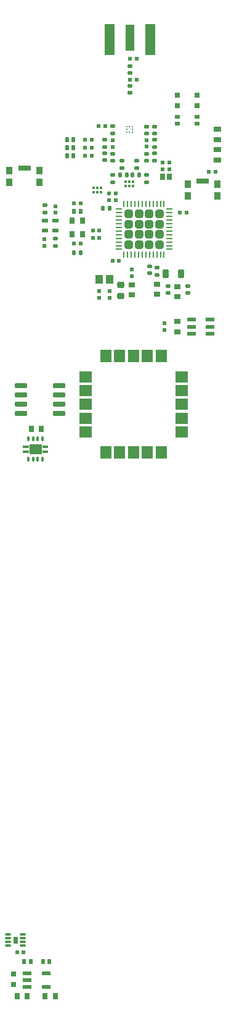
<source format=gbr>
%TF.GenerationSoftware,KiCad,Pcbnew,8.0.3*%
%TF.CreationDate,2024-07-11T13:48:36-07:00*%
%TF.ProjectId,radioboard_dev,72616469-6f62-46f6-9172-645f6465762e,rev?*%
%TF.SameCoordinates,Original*%
%TF.FileFunction,Paste,Top*%
%TF.FilePolarity,Positive*%
%FSLAX46Y46*%
G04 Gerber Fmt 4.6, Leading zero omitted, Abs format (unit mm)*
G04 Created by KiCad (PCBNEW 8.0.3) date 2024-07-11 13:48:36*
%MOMM*%
%LPD*%
G01*
G04 APERTURE LIST*
G04 Aperture macros list*
%AMRoundRect*
0 Rectangle with rounded corners*
0 $1 Rounding radius*
0 $2 $3 $4 $5 $6 $7 $8 $9 X,Y pos of 4 corners*
0 Add a 4 corners polygon primitive as box body*
4,1,4,$2,$3,$4,$5,$6,$7,$8,$9,$2,$3,0*
0 Add four circle primitives for the rounded corners*
1,1,$1+$1,$2,$3*
1,1,$1+$1,$4,$5*
1,1,$1+$1,$6,$7*
1,1,$1+$1,$8,$9*
0 Add four rect primitives between the rounded corners*
20,1,$1+$1,$2,$3,$4,$5,0*
20,1,$1+$1,$4,$5,$6,$7,0*
20,1,$1+$1,$6,$7,$8,$9,0*
20,1,$1+$1,$8,$9,$2,$3,0*%
G04 Aperture macros list end*
%ADD10C,0.010000*%
%ADD11RoundRect,0.038750X-0.116250X0.261250X-0.116250X-0.261250X0.116250X-0.261250X0.116250X0.261250X0*%
%ADD12RoundRect,0.033750X0.346250X0.101250X-0.346250X0.101250X-0.346250X-0.101250X0.346250X-0.101250X0*%
%ADD13RoundRect,0.140000X-0.170000X0.140000X-0.170000X-0.140000X0.170000X-0.140000X0.170000X0.140000X0*%
%ADD14R,0.640000X0.890000*%
%ADD15RoundRect,0.140000X0.170000X-0.140000X0.170000X0.140000X-0.170000X0.140000X-0.170000X-0.140000X0*%
%ADD16R,0.510000X0.560000*%
%ADD17RoundRect,0.147500X0.172500X-0.147500X0.172500X0.147500X-0.172500X0.147500X-0.172500X-0.147500X0*%
%ADD18RoundRect,0.140000X0.140000X0.170000X-0.140000X0.170000X-0.140000X-0.170000X0.140000X-0.170000X0*%
%ADD19R,0.300000X0.400000*%
%ADD20R,0.510000X0.700000*%
%ADD21R,1.270000X3.600000*%
%ADD22R,1.350000X4.200000*%
%ADD23R,0.560000X0.510000*%
%ADD24R,0.990600X1.244600*%
%ADD25RoundRect,0.147500X-0.172500X0.147500X-0.172500X-0.147500X0.172500X-0.147500X0.172500X0.147500X0*%
%ADD26RoundRect,0.218750X0.256250X-0.218750X0.256250X0.218750X-0.256250X0.218750X-0.256250X-0.218750X0*%
%ADD27R,0.890000X0.640000*%
%ADD28RoundRect,0.135000X0.185000X-0.135000X0.185000X0.135000X-0.185000X0.135000X-0.185000X-0.135000X0*%
%ADD29R,1.803400X1.498600*%
%ADD30R,1.498600X1.803400*%
%ADD31R,1.000000X0.640000*%
%ADD32R,0.900000X1.000000*%
%ADD33R,1.700000X0.800000*%
%ADD34RoundRect,0.140000X-0.140000X-0.170000X0.140000X-0.170000X0.140000X0.170000X-0.140000X0.170000X0*%
%ADD35R,0.800000X0.800000*%
%ADD36R,0.254000X0.254000*%
%ADD37R,0.863600X0.609600*%
%ADD38R,0.700000X0.510000*%
%ADD39R,1.270000X0.558800*%
%ADD40RoundRect,0.218750X-0.218750X-0.381250X0.218750X-0.381250X0.218750X0.381250X-0.218750X0.381250X0*%
%ADD41RoundRect,0.147500X-0.147500X-0.172500X0.147500X-0.172500X0.147500X0.172500X-0.147500X0.172500X0*%
%ADD42R,0.800000X0.900000*%
%ADD43R,0.650000X0.900000*%
%ADD44RoundRect,0.250000X0.315000X0.315000X-0.315000X0.315000X-0.315000X-0.315000X0.315000X-0.315000X0*%
%ADD45RoundRect,0.062500X0.375000X0.062500X-0.375000X0.062500X-0.375000X-0.062500X0.375000X-0.062500X0*%
%ADD46RoundRect,0.062500X0.062500X0.375000X-0.062500X0.375000X-0.062500X-0.375000X0.062500X-0.375000X0*%
%ADD47RoundRect,0.072500X0.532500X0.217500X-0.532500X0.217500X-0.532500X-0.217500X0.532500X-0.217500X0*%
%ADD48RoundRect,0.076250X0.748750X0.228750X-0.748750X0.228750X-0.748750X-0.228750X0.748750X-0.228750X0*%
G04 APERTURE END LIST*
D10*
%TO.C,U12*%
X27275000Y-83790000D02*
X26550000Y-83790000D01*
X26550000Y-83560000D01*
X27275000Y-83560000D01*
X27275000Y-83790000D01*
G36*
X27275000Y-83790000D02*
G01*
X26550000Y-83790000D01*
X26550000Y-83560000D01*
X27275000Y-83560000D01*
X27275000Y-83790000D01*
G37*
X27275000Y-84440000D02*
X26550000Y-84440000D01*
X26550000Y-84210000D01*
X27275000Y-84210000D01*
X27275000Y-84440000D01*
G36*
X27275000Y-84440000D02*
G01*
X26550000Y-84440000D01*
X26550000Y-84210000D01*
X27275000Y-84210000D01*
X27275000Y-84440000D01*
G37*
X29025000Y-84670000D02*
X27475000Y-84670000D01*
X27475000Y-83330000D01*
X29025000Y-83330000D01*
X29025000Y-84670000D01*
G36*
X29025000Y-84670000D02*
G01*
X27475000Y-84670000D01*
X27475000Y-83330000D01*
X29025000Y-83330000D01*
X29025000Y-84670000D01*
G37*
X29950000Y-83790000D02*
X29225000Y-83790000D01*
X29225000Y-83560000D01*
X29950000Y-83560000D01*
X29950000Y-83790000D01*
G36*
X29950000Y-83790000D02*
G01*
X29225000Y-83790000D01*
X29225000Y-83560000D01*
X29950000Y-83560000D01*
X29950000Y-83790000D01*
G37*
X29950000Y-84440000D02*
X29225000Y-84440000D01*
X29225000Y-84210000D01*
X29950000Y-84210000D01*
X29950000Y-84440000D01*
G36*
X29950000Y-84440000D02*
G01*
X29225000Y-84440000D01*
X29225000Y-84210000D01*
X29950000Y-84210000D01*
X29950000Y-84440000D01*
G37*
%TO.C,U11*%
X25780000Y-151660000D02*
X25220000Y-151660000D01*
X25220000Y-150840000D01*
X25780000Y-150840000D01*
X25780000Y-151660000D01*
G36*
X25780000Y-151660000D02*
G01*
X25220000Y-151660000D01*
X25220000Y-150840000D01*
X25780000Y-150840000D01*
X25780000Y-151660000D01*
G37*
%TO.C,R26*%
G36*
X52750000Y-41280000D02*
G01*
X53750000Y-41280000D01*
X53750000Y-41920000D01*
X52750000Y-41920000D01*
X52750000Y-41280000D01*
G37*
G36*
X52750080Y-39880310D02*
G01*
X53750080Y-39880310D01*
X53750080Y-40520310D01*
X52750080Y-40520310D01*
X52750080Y-39880310D01*
G37*
%TO.C,R4*%
G36*
X53749920Y-44719690D02*
G01*
X52749920Y-44719690D01*
X52749920Y-44079690D01*
X53749920Y-44079690D01*
X53749920Y-44719690D01*
G37*
G36*
X53750000Y-43320000D02*
G01*
X52750000Y-43320000D01*
X52750000Y-42680000D01*
X53750000Y-42680000D01*
X53750000Y-43320000D01*
G37*
%TD*%
D11*
%TO.C,U12*%
X28575000Y-82600000D03*
X28575000Y-85400000D03*
X27925000Y-85400000D03*
X29225000Y-82600000D03*
X27925000Y-82600000D03*
X27275000Y-82600000D03*
X27275000Y-85400000D03*
X29225000Y-85400000D03*
%TD*%
D12*
%TO.C,U11*%
X24515000Y-152000000D03*
X24515000Y-151500000D03*
X24515000Y-151000000D03*
X24515000Y-150500000D03*
X26485000Y-150500000D03*
X26485000Y-151000000D03*
X26485000Y-151500000D03*
X26485000Y-152000000D03*
%TD*%
D13*
%TO.C,C11*%
X37750000Y-41670000D03*
X37750000Y-42630000D03*
%TD*%
D14*
%TO.C,C3*%
X31000000Y-159000000D03*
X29600000Y-159000000D03*
%TD*%
D15*
%TO.C,C82*%
X46500000Y-62660000D03*
X46500000Y-61700000D03*
%TD*%
D16*
%TO.C,C10*%
X48150000Y-51650000D03*
X49050000Y-51650000D03*
%TD*%
%TO.C,C76*%
X38400000Y-49900000D03*
X39300000Y-49900000D03*
%TD*%
D17*
%TO.C,L3*%
X38850000Y-40760000D03*
X38850000Y-39790000D03*
%TD*%
D16*
%TO.C,C7*%
X37875000Y-39800000D03*
X36975000Y-39800000D03*
%TD*%
D18*
%TO.C,C25*%
X42530000Y-46450000D03*
X41570000Y-46450000D03*
%TD*%
D17*
%TO.C,L9*%
X38850000Y-47435000D03*
X38850000Y-46465000D03*
%TD*%
D16*
%TO.C,C6*%
X42150000Y-33450000D03*
X41250000Y-33450000D03*
%TD*%
D19*
%TO.C,U4*%
X41700000Y-47350000D03*
X41200000Y-47350000D03*
X40700000Y-47350000D03*
X40700000Y-47950000D03*
X41200000Y-47950000D03*
X41700000Y-47950000D03*
%TD*%
D13*
%TO.C,C2*%
X41250000Y-34270000D03*
X41250000Y-35230000D03*
%TD*%
D20*
%TO.C,R3*%
X27609200Y-154250000D03*
X26709200Y-154250000D03*
%TD*%
D21*
%TO.C,CN12*%
X41250000Y-27700000D03*
D22*
X44075000Y-27900000D03*
X38425000Y-27900000D03*
%TD*%
D13*
%TO.C,C18*%
X44000000Y-58970000D03*
X44000000Y-59930000D03*
%TD*%
D23*
%TO.C,C44*%
X38500000Y-62375000D03*
X38500000Y-63275000D03*
%TD*%
D24*
%TO.C,XTAL2*%
X38500000Y-60748600D03*
X37001400Y-60748600D03*
%TD*%
D25*
%TO.C,L2*%
X41250000Y-31515000D03*
X41250000Y-32485000D03*
%TD*%
D16*
%TO.C,C5*%
X42150000Y-30500000D03*
X41250000Y-30500000D03*
%TD*%
D20*
%TO.C,R2*%
X33575000Y-51450000D03*
X34475000Y-51450000D03*
%TD*%
D23*
%TO.C,C43*%
X37000000Y-62374300D03*
X37000000Y-63274300D03*
%TD*%
D15*
%TO.C,C8*%
X44675000Y-40780000D03*
X44675000Y-39820000D03*
%TD*%
D26*
%TO.C,L1*%
X39985000Y-63075000D03*
X39985000Y-61500000D03*
%TD*%
D16*
%TO.C,C71*%
X36000000Y-42700000D03*
X35100000Y-42700000D03*
%TD*%
D27*
%TO.C,C35*%
X47800000Y-63140000D03*
X47800000Y-61740000D03*
%TD*%
D28*
%TO.C,R6*%
X31000000Y-56210000D03*
X31000000Y-55190000D03*
%TD*%
D29*
%TO.C,U2*%
X35149998Y-74099998D03*
X35149998Y-75999999D03*
X35149998Y-77899998D03*
X35149998Y-79799997D03*
X35149998Y-81699998D03*
D30*
X37950000Y-84500000D03*
X39850001Y-84500000D03*
X41750000Y-84500000D03*
X43649999Y-84500000D03*
X45550000Y-84500000D03*
D29*
X48350002Y-81699998D03*
X48350002Y-79799997D03*
X48350002Y-77899998D03*
X48350002Y-75999999D03*
X48350002Y-74099998D03*
D30*
X45550000Y-71299996D03*
X43649999Y-71299996D03*
X41750000Y-71299996D03*
X39850001Y-71299996D03*
X37950000Y-71299996D03*
%TD*%
D13*
%TO.C,C14*%
X44625000Y-41645000D03*
X44625000Y-42605000D03*
%TD*%
D16*
%TO.C,C72*%
X36000000Y-43800000D03*
X35100000Y-43800000D03*
%TD*%
D17*
%TO.C,L4*%
X43550000Y-40810000D03*
X43550000Y-39840000D03*
%TD*%
%TO.C,L7*%
X40175000Y-45485000D03*
X40175000Y-44515000D03*
%TD*%
D31*
%TO.C,R26*%
X53250000Y-40200000D03*
X53250000Y-41600000D03*
%TD*%
D16*
%TO.C,C77*%
X37050000Y-55100000D03*
X36150000Y-55100000D03*
%TD*%
D14*
%TO.C,C1*%
X27675000Y-81250000D03*
X29075000Y-81250000D03*
%TD*%
D17*
%TO.C,L10*%
X43525000Y-47435000D03*
X43525000Y-46465000D03*
%TD*%
D32*
%TO.C,B4*%
X53300000Y-47700000D03*
X53300000Y-49300000D03*
X49200000Y-47700000D03*
X49200000Y-49300000D03*
D33*
X51250000Y-47300000D03*
%TD*%
D23*
%TO.C,C13*%
X43525000Y-42600000D03*
X43525000Y-41700000D03*
%TD*%
D20*
%TO.C,R27*%
X32600000Y-43800000D03*
X33500000Y-43800000D03*
%TD*%
D34*
%TO.C,C24*%
X39870000Y-46450000D03*
X40830000Y-46450000D03*
%TD*%
D35*
%TO.C,LED1*%
X50500000Y-37000000D03*
X50500000Y-35500000D03*
%TD*%
D23*
%TO.C,C12*%
X38850000Y-42625000D03*
X38850000Y-41725000D03*
%TD*%
D36*
%TO.C,U8*%
X40800002Y-40625000D03*
X41200001Y-40625000D03*
X41600000Y-40625000D03*
X41593701Y-40231300D03*
X41600000Y-39837600D03*
X41200001Y-39837600D03*
X40800002Y-39837600D03*
X40806301Y-40231300D03*
%TD*%
D15*
%TO.C,C16*%
X44625000Y-44480000D03*
X44625000Y-43520000D03*
%TD*%
D23*
%TO.C,C38*%
X29500000Y-56150000D03*
X29500000Y-55250000D03*
%TD*%
D16*
%TO.C,C74*%
X38400000Y-49000000D03*
X39300000Y-49000000D03*
%TD*%
D27*
%TO.C,C85*%
X45000000Y-62800000D03*
X45000000Y-61400000D03*
%TD*%
D37*
%TO.C,XTAL1*%
X29552200Y-52750000D03*
X29552200Y-54100000D03*
X31000000Y-54100000D03*
X31000000Y-52750000D03*
%TD*%
D16*
%TO.C,C79*%
X36150000Y-54100000D03*
X37050000Y-54100000D03*
%TD*%
D35*
%TO.C,LED2*%
X47750000Y-37000000D03*
X47750000Y-35500000D03*
%TD*%
D38*
%TO.C,R35*%
X50500000Y-39400000D03*
X50500000Y-38500000D03*
%TD*%
D19*
%TO.C,U3*%
X36250000Y-48800000D03*
X36750000Y-48800000D03*
X37250000Y-48800000D03*
X37250000Y-48200000D03*
X36750000Y-48200000D03*
X36250000Y-48200000D03*
%TD*%
D39*
%TO.C,U5*%
X27159200Y-155810200D03*
X27159200Y-156750000D03*
X27159200Y-157689800D03*
X29750000Y-157689800D03*
X29750000Y-155810200D03*
%TD*%
D40*
%TO.C,L13*%
X46181500Y-60000000D03*
X48306500Y-60000000D03*
%TD*%
D13*
%TO.C,C80*%
X44958000Y-59182000D03*
X44958000Y-60142000D03*
%TD*%
%TO.C,C37*%
X49200000Y-61700000D03*
X49200000Y-62660000D03*
%TD*%
D23*
%TO.C,C32*%
X46000000Y-67700000D03*
X46000000Y-66800000D03*
%TD*%
%TO.C,C28*%
X41535000Y-60350000D03*
X41535000Y-59450000D03*
%TD*%
D41*
%TO.C,L12*%
X33530000Y-57100000D03*
X34500000Y-57100000D03*
%TD*%
D17*
%TO.C,L5*%
X38875000Y-44510000D03*
X38875000Y-43540000D03*
%TD*%
D42*
%TO.C,Y1*%
X34750000Y-54600000D03*
X34750000Y-52750000D03*
X33300000Y-52750000D03*
X33300000Y-54600000D03*
%TD*%
D23*
%TO.C,C19*%
X45775000Y-44775000D03*
X45775000Y-45675000D03*
%TD*%
D27*
%TO.C,C26*%
X41485000Y-62900000D03*
X41485000Y-61500000D03*
%TD*%
D16*
%TO.C,C73*%
X36000000Y-41600000D03*
X35100000Y-41600000D03*
%TD*%
D43*
%TO.C,L11*%
X45750000Y-46725000D03*
X46700000Y-46725000D03*
%TD*%
D17*
%TO.C,L8*%
X42225000Y-45485000D03*
X42225000Y-44515000D03*
%TD*%
D35*
%TO.C,LED4*%
X25250000Y-155900000D03*
X25250000Y-157400000D03*
%TD*%
D16*
%TO.C,C9*%
X26650000Y-153000000D03*
X25750000Y-153000000D03*
%TD*%
D44*
%TO.C,U10*%
X45300000Y-56000000D03*
X45300000Y-54600000D03*
X45300000Y-53200000D03*
X45300000Y-51800000D03*
X43900000Y-56000000D03*
X43900000Y-54600000D03*
X43900000Y-53200000D03*
X43900000Y-51800000D03*
X42500000Y-56000000D03*
X42500000Y-54600000D03*
X42500000Y-53200000D03*
X42500000Y-51800000D03*
X41100000Y-56000000D03*
X41100000Y-54600000D03*
X41100000Y-53200000D03*
X41100000Y-51800000D03*
D45*
X46637500Y-56650000D03*
X46637500Y-56150000D03*
X46637500Y-55650000D03*
X46637500Y-55150000D03*
X46637500Y-54650000D03*
X46637500Y-54150000D03*
X46637500Y-53650000D03*
X46637500Y-53150000D03*
X46637500Y-52650000D03*
X46637500Y-52150000D03*
X46637500Y-51650000D03*
X46637500Y-51150000D03*
D46*
X45950000Y-50462500D03*
X45450000Y-50462500D03*
X44950000Y-50462500D03*
X44450000Y-50462500D03*
X43950000Y-50462500D03*
X43450000Y-50462500D03*
X42950000Y-50462500D03*
X42450000Y-50462500D03*
X41950000Y-50462500D03*
X41450000Y-50462500D03*
X40950000Y-50462500D03*
X40450000Y-50462500D03*
D45*
X39762500Y-51150000D03*
X39762500Y-51650000D03*
X39762500Y-52150000D03*
X39762500Y-52650000D03*
X39762500Y-53150000D03*
X39762500Y-53650000D03*
X39762500Y-54150000D03*
X39762500Y-54650000D03*
X39762500Y-55150000D03*
X39762500Y-55650000D03*
X39762500Y-56150000D03*
X39762500Y-56650000D03*
D46*
X40450000Y-57337500D03*
X40950000Y-57337500D03*
X41450000Y-57337500D03*
X41950000Y-57337500D03*
X42450000Y-57337500D03*
X42950000Y-57337500D03*
X43450000Y-57337500D03*
X43950000Y-57337500D03*
X44450000Y-57337500D03*
X44950000Y-57337500D03*
X45450000Y-57337500D03*
X45950000Y-57337500D03*
%TD*%
D34*
%TO.C,C78*%
X37540000Y-51000000D03*
X38500000Y-51000000D03*
%TD*%
D14*
%TO.C,C4*%
X25754600Y-159000000D03*
X27154600Y-159000000D03*
%TD*%
D17*
%TO.C,L6*%
X43525000Y-44535000D03*
X43525000Y-43565000D03*
%TD*%
D16*
%TO.C,C27*%
X34475000Y-55850000D03*
X33575000Y-55850000D03*
%TD*%
D38*
%TO.C,R34*%
X47750000Y-39400000D03*
X47750000Y-38500000D03*
%TD*%
D16*
%TO.C,C31*%
X34475000Y-50350000D03*
X33575000Y-50350000D03*
%TD*%
%TO.C,C23*%
X39750000Y-58250000D03*
X38850000Y-58250000D03*
%TD*%
D20*
%TO.C,R29*%
X33500000Y-41600000D03*
X32600000Y-41600000D03*
%TD*%
D31*
%TO.C,R4*%
X53250000Y-44400000D03*
X53250000Y-43000000D03*
%TD*%
D23*
%TO.C,C30*%
X31000000Y-50750000D03*
X31000000Y-51650000D03*
%TD*%
%TO.C,C20*%
X46675000Y-45675000D03*
X46675000Y-44775000D03*
%TD*%
D15*
%TO.C,C15*%
X37750000Y-44455000D03*
X37750000Y-43495000D03*
%TD*%
D47*
%TO.C,U1*%
X52255000Y-68200000D03*
X52255000Y-67250000D03*
X52255000Y-66300000D03*
X49745000Y-66300000D03*
X49745000Y-67250000D03*
X49745000Y-68200000D03*
%TD*%
D16*
%TO.C,C67*%
X52100000Y-46000000D03*
X53000000Y-46000000D03*
%TD*%
D20*
%TO.C,R28*%
X32600000Y-42700000D03*
X33500000Y-42700000D03*
%TD*%
D48*
%TO.C,U13*%
X31510000Y-79155000D03*
X31510000Y-77885000D03*
X31510000Y-76615000D03*
X31510000Y-75345000D03*
X26240000Y-75345000D03*
X26240000Y-76615000D03*
X26240000Y-77885000D03*
X26240000Y-79155000D03*
%TD*%
D27*
%TO.C,C29*%
X47750000Y-66550000D03*
X47750000Y-67950000D03*
%TD*%
D32*
%TO.C,B1*%
X28800000Y-45900000D03*
X28800000Y-47500000D03*
X24700000Y-45900000D03*
X24700000Y-47500000D03*
D33*
X26750000Y-45500000D03*
%TD*%
D20*
%TO.C,R1*%
X30200000Y-154250000D03*
X29300000Y-154250000D03*
%TD*%
D28*
%TO.C,R5*%
X29540200Y-51587400D03*
X29540200Y-50567400D03*
%TD*%
M02*

</source>
